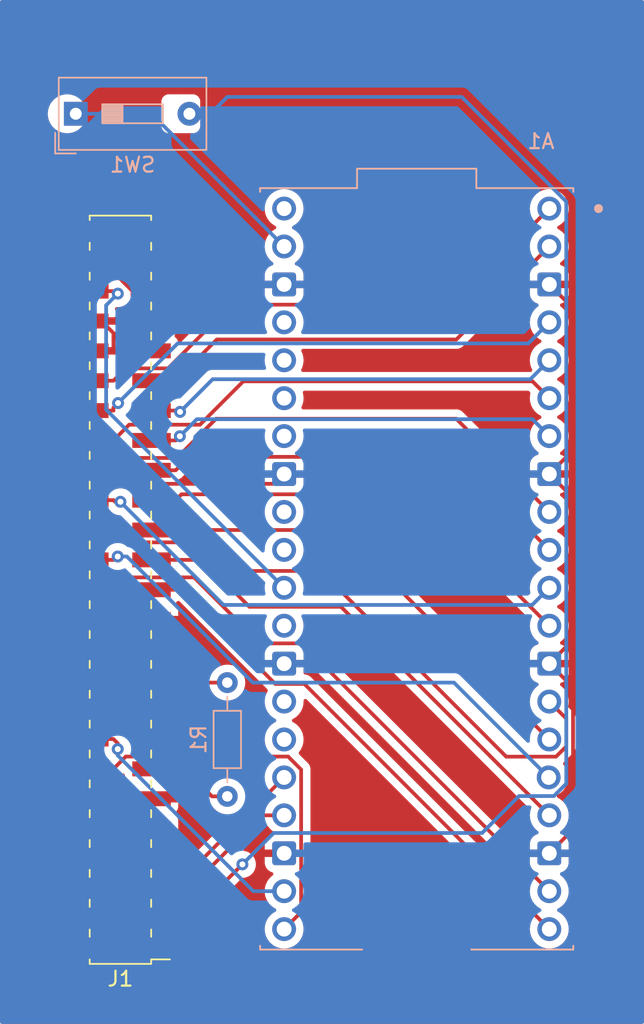
<source format=kicad_pcb>
(kicad_pcb (version 20221018) (generator pcbnew)
  (layers (0 "F.Cu" signal) (31 "B.Cu" signal) (34 "B.Paste" user) (35 "F.Paste" user) (36 "B.SilkS" user "B.Silkscreen") (37 "F.SilkS" user "F.Silkscreen") (38 "B.Mask" user) (39 "F.Mask" user) (44 "Edge.Cuts" user))
  (net 0 "")
  (net 1 "+5V")
  (net 2 "/nCS")
  (net 3 "/nIRQ")
  (net 7 "GND")
  (net 8 "Net-(J1-G2_IREXTN)")
  (net 9 "/nWR")
  (net 11 "/nRD")
  (net 12 "+3.3V")
  (net 16 "/AD15")
  (net 17 "/AD14")
  (net 18 "/AD13")
  (net 19 "/AD12")
  (net 20 "/AD11")
  (net 21 "/AD10")
  (net 22 "/AD9")
  (net 23 "/AD8")
  (net 24 "/AD7")
  (net 25 "/AD6")
  (net 26 "/AD5")
  (net 27 "/AD4")
  (net 28 "/AD3")
  (net 29 "/AD2")
  (net 30 "/AD1")
  (net 31 "/AD0")
  (net 33 "Net-(A1-RUN)")
  (net 36 "Net-(A1-VSYS)")
  (footprint "Connector_PinHeader_2.00mm:PinHeader_2x25_P2.00mm_Vertical_SMD" (layer "F.Cu") (at 117.295 87.76 180)
    (fp_text reference "J1" (at 0 -26.06) (layer "F.SilkS"))
    (fp_text value "DC_PORT")
    (fp_line (start -3.315 -24.76) (end -2.06 -24.76) (stroke (width 0.12)) (layer "F.SilkS"))
    (fp_line (start -2.06 -25.06) (end -2.06 -24.76) (stroke (width 0.12)) (layer "F.SilkS"))
    (fp_line (start -2.06 -25.06) (end 2.06 -25.06) (stroke (width 0.12)) (layer "F.SilkS"))
    (fp_line (start -2.06 -23.24) (end -2.06 -22.76) (stroke (width 0.12)) (layer "F.SilkS"))
    (fp_line (start -2.06 -21.24) (end -2.06 -20.76) (stroke (width 0.12)) (layer "F.SilkS"))
    (fp_line (start -2.06 -19.24) (end -2.06 -18.76) (stroke (width 0.12)) (layer "F.SilkS"))
    (fp_line (start -2.06 -17.24) (end -2.06 -16.76) (stroke (width 0.12)) (layer "F.SilkS"))
    (fp_line (start -2.06 -15.24) (end -2.06 -14.76) (stroke (width 0.12)) (layer "F.SilkS"))
    (fp_line (start -2.06 -13.24) (end -2.06 -12.76) (stroke (width 0.12)) (layer "F.SilkS"))
    (fp_line (start -2.06 -11.24) (end -2.06 -10.76) (stroke (width 0.12)) (layer "F.SilkS"))
    (fp_line (start -2.06 -9.24) (end -2.06 -8.76) (stroke (width 0.12)) (layer "F.SilkS"))
    (fp_line (start -2.06 -7.24) (end -2.06 -6.76) (stroke (width 0.12)) (layer "F.SilkS"))
    (fp_line (start -2.06 -5.24) (end -2.06 -4.76) (stroke (width 0.12)) (layer "F.SilkS"))
    (fp_line (start -2.06 -3.24) (end -2.06 -2.76) (stroke (width 0.12)) (layer "F.SilkS"))
    (fp_line (start -2.06 -1.24) (end -2.06 -0.76) (stroke (width 0.12)) (layer "F.SilkS"))
    (fp_line (start -2.06 0.76) (end -2.06 1.24) (stroke (width 0.12)) (layer "F.SilkS"))
    (fp_line (start -2.06 2.76) (end -2.06 3.24) (stroke (width 0.12)) (layer "F.SilkS"))
    (fp_line (start -2.06 4.76) (end -2.06 5.24) (stroke (width 0.12)) (layer "F.SilkS"))
    (fp_line (start -2.06 6.76) (end -2.06 7.24) (stroke (width 0.12)) (layer "F.SilkS"))
    (fp_line (start -2.06 8.76) (end -2.06 9.24) (stroke (width 0.12)) (layer "F.SilkS"))
    (fp_line (start -2.06 10.76) (end -2.06 11.24) (stroke (width 0.12)) (layer "F.SilkS"))
    (fp_line (start -2.06 12.76) (end -2.06 13.24) (stroke (width 0.12)) (layer "F.SilkS"))
    (fp_line (start -2.06 14.76) (end -2.06 15.24) (stroke (width 0.12)) (layer "F.SilkS"))
    (fp_line (start -2.06 16.76) (end -2.06 17.24) (stroke (width 0.12)) (layer "F.SilkS"))
    (fp_line (start -2.06 18.76) (end -2.06 19.24) (stroke (width 0.12)) (layer "F.SilkS"))
    (fp_line (start -2.06 20.76) (end -2.06 21.24) (stroke (width 0.12)) (layer "F.SilkS"))
    (fp_line (start -2.06 22.76) (end -2.06 23.24) (stroke (width 0.12)) (layer "F.SilkS"))
    (fp_line (start -2.06 24.76) (end -2.06 25.06) (stroke (width 0.12)) (layer "F.SilkS"))
    (fp_line (start -2.06 25.06) (end 2.06 25.06) (stroke (width 0.12)) (layer "F.SilkS"))
    (fp_line (start 2.06 -25.06) (end 2.06 -24.76) (stroke (width 0.12)) (layer "F.SilkS"))
    (fp_line (start 2.06 -23.24) (end 2.06 -22.76) (stroke (width 0.12)) (layer "F.SilkS"))
    (fp_line (start 2.06 -21.24) (end 2.06 -20.76) (stroke (width 0.12)) (layer "F.SilkS"))
    (fp_line (start 2.06 -19.24) (end 2.06 -18.76) (stroke (width 0.12)) (layer "F.SilkS"))
    (fp_line (start 2.06 -17.24) (end 2.06 -16.76) (stroke (width 0.12)) (layer "F.SilkS"))
    (fp_line (start 2.06 -15.24) (end 2.06 -14.76) (stroke (width 0.12)) (layer "F.SilkS"))
    (fp_line (start 2.06 -13.24) (end 2.06 -12.76) (stroke (width 0.12)) (layer "F.SilkS"))
    (fp_line (start 2.06 -11.24) (end 2.06 -10.76) (stroke (width 0.12)) (layer "F.SilkS"))
    (fp_line (start 2.06 -9.24) (end 2.06 -8.76) (stroke (width 0.12)) (layer "F.SilkS"))
    (fp_line (start 2.06 -7.24) (end 2.06 -6.76) (stroke (width 0.12)) (layer "F.SilkS"))
    (fp_line (start 2.06 -5.24) (end 2.06 -4.76) (stroke (width 0.12)) (layer "F.SilkS"))
    (fp_line (start 2.06 -3.24) (end 2.06 -2.76) (stroke (width 0.12)) (layer "F.SilkS"))
    (fp_line (start 2.06 -1.24) (end 2.06 -0.76) (stroke (width 0.12)) (layer "F.SilkS"))
    (fp_line (start 2.06 0.76) (end 2.06 1.24) (stroke (width 0.12)) (layer "F.SilkS"))
    (fp_line (start 2.06 2.76) (end 2.06 3.24) (stroke (width 0.12)) (layer "F.SilkS"))
    (fp_line (start 2.06 4.76) (end 2.06 5.24) (stroke (width 0.12)) (layer "F.SilkS"))
    (fp_line (start 2.06 6.76) (end 2.06 7.24) (stroke (width 0.12)) (layer "F.SilkS"))
    (fp_line (start 2.06 8.76) (end 2.06 9.24) (stroke (width 0.12)) (layer "F.SilkS"))
    (fp_line (start 2.06 10.76) (end 2.06 11.24) (stroke (width 0.12)) (layer "F.SilkS"))
    (fp_line (start 2.06 12.76) (end 2.06 13.24) (stroke (width 0.12)) (layer "F.SilkS"))
    (fp_line (start 2.06 14.76) (end 2.06 15.24) (stroke (width 0.12)) (layer "F.SilkS"))
    (fp_line (start 2.06 16.76) (end 2.06 17.24) (stroke (width 0.12)) (layer "F.SilkS"))
    (fp_line (start 2.06 18.76) (end 2.06 19.24) (stroke (width 0.12)) (layer "F.SilkS"))
    (fp_line (start 2.06 20.76) (end 2.06 21.24) (stroke (width 0.12)) (layer "F.SilkS"))
    (fp_line (start 2.06 22.76) (end 2.06 23.24) (stroke (width 0.12)) (layer "F.SilkS"))
    (fp_line (start 2.06 24.76) (end 2.06 25.06) (stroke (width 0.12)) (layer "F.SilkS"))
    (pad "1" smd rect (at -2.085 -24 180) (size 2.58 1) (layers "F.Cu" "F.Paste" "F.Mask") (net 1 "+5V"))
    (pad "2" smd rect (at 2.085 -24 180) (size 2.58 1) (layers "F.Cu" "F.Paste" "F.Mask") (net 1 "+5V"))
    (pad "3" smd rect (at -2.085 -22 180) (size 2.58 1) (layers "F.Cu" "F.Paste" "F.Mask") (net 1 "+5V"))
    (pad "4" smd rect (at 2.085 -22 180) (size 2.58 1) (layers "F.Cu" "F.Paste" "F.Mask") (net 1 "+5V"))
    (pad "5" smd rect (at -2.085 -20 180) (size 2.58 1) (layers "F.Cu" "F.Paste" "F.Mask") (net 2 "/nCS"))
    (pad "6" smd rect (at 2.085 -20 180) (size 2.58 1) (layers "F.Cu" "F.Paste" "F.Mask") (net 3 "/nIRQ"))
    (pad "7" smd rect (at -2.085 -18 180) (size 2.58 1) (layers "F.Cu" "F.Paste" "F.Mask"))
    (pad "8" smd rect (at 2.085 -18 180) (size 2.58 1) (layers "F.Cu" "F.Paste" "F.Mask"))
    (pad "9" smd rect (at -2.085 -16 180) (size 2.58 1) (layers "F.Cu" "F.Paste" "F.Mask"))
    (pad "10" smd rect (at 2.085 -16 180) (size 2.58 1) (layers "F.Cu" "F.Paste" "F.Mask") (net 7 "GND"))
    (pad "11" smd rect (at -2.085 -14 180) (size 2.58 1) (layers "F.Cu" "F.Paste" "F.Mask") (net 7 "GND"))
    (pad "12" smd rect (at 2.085 -14 180) (size 2.58 1) (layers "F.Cu" "F.Paste" "F.Mask") (net 7 "GND"))
    (pad "13" smd rect (at -2.085 -12 180) (size 2.58 1) (layers "F.Cu" "F.Paste" "F.Mask") (net 8 "Net-(J1-G2_IREXTN)"))
    (pad "14" smd rect (at 2.085 -12 180) (size 2.58 1) (layers "F.Cu" "F.Paste" "F.Mask") (net 9 "/nWR"))
    (pad "15" smd rect (at -2.085 -10 180) (size 2.58 1) (layers "F.Cu" "F.Paste" "F.Mask"))
    (pad "16" smd rect (at 2.085 -10 180) (size 2.58 1) (layers "F.Cu" "F.Paste" "F.Mask") (net 11 "/nRD"))
    (pad "17" smd rect (at -2.085 -8 180) (size 2.58 1) (layers "F.Cu" "F.Paste" "F.Mask") (net 12 "+3.3V"))
    (pad "18" smd rect (at 2.085 -8 180) (size 2.58 1) (layers "F.Cu" "F.Paste" "F.Mask") (net 12 "+3.3V"))
    (pad "19" smd rect (at -2.085 -6 180) (size 2.58 1) (layers "F.Cu" "F.Paste" "F.Mask") (net 12 "+3.3V"))
    (pad "20" smd rect (at 2.085 -6 180) (size 2.58 1) (layers "F.Cu" "F.Paste" "F.Mask"))
    (pad "21" smd rect (at -2.085 -4 180) (size 2.58 1) (layers "F.Cu" "F.Paste" "F.Mask"))
    (pad "22" smd rect (at 2.085 -4 180) (size 2.58 1) (layers "F.Cu" "F.Paste" "F.Mask"))
    (pad "23" smd rect (at -2.085 -2 180) (size 2.58 1) (layers "F.Cu" "F.Paste" "F.Mask") (net 7 "GND"))
    (pad "24" smd rect (at 2.085 -2 180) (size 2.58 1) (layers "F.Cu" "F.Paste" "F.Mask") (net 7 "GND"))
    (pad "25" smd rect (at -2.085 0 180) (size 2.58 1) (layers "F.Cu" "F.Paste" "F.Mask") (net 16 "/AD15"))
    (pad "26" smd rect (at 2.085 0 180) (size 2.58 1) (layers "F.Cu" "F.Paste" "F.Mask") (net 17 "/AD14"))
    (pad "27" smd rect (at -2.085 2 180) (size 2.58 1) (layers "F.Cu" "F.Paste" "F.Mask") (net 18 "/AD13"))
    (pad "28" smd rect (at 2.085 2 180) (size 2.58 1) (layers "F.Cu" "F.Paste" "F.Mask") (net 19 "/AD12"))
    (pad "29" smd rect (at -2.085 4 180) (size 2.58 1) (layers "F.Cu" "F.Paste" "F.Mask") (net 20 "/AD11"))
    (pad "30" smd rect (at 2.085 4 180) (size 2.58 1) (layers "F.Cu" "F.Paste" "F.Mask") (net 21 "/AD10"))
    (pad "31" smd rect (at -2.085 6 180) (size 2.58 1) (layers "F.Cu" "F.Paste" "F.Mask") (net 22 "/AD9"))
    (pad "32" smd rect (at 2.085 6 180) (size 2.58 1) (layers "F.Cu" "F.Paste" "F.Mask") (net 23 "/AD8"))
    (pad "33" smd rect (at -2.085 8 180) (size 2.58 1) (layers "F.Cu" "F.Paste" "F.Mask") (net 24 "/AD7"))
    (pad "34" smd rect (at 2.085 8 180) (size 2.58 1) (layers "F.Cu" "F.Paste" "F.Mask") (net 25 "/AD6"))
    (pad "35" smd rect (at -2.085 10 180) (size 2.58 1) (layers "F.Cu" "F.Paste" "F.Mask") (net 26 "/AD5"))
    (pad "36" smd rect (at 2.085 10 180) (size 2.58 1) (layers "F.Cu" "F.Paste" "F.Mask") (net 27 "/AD4"))
    (pad "37" smd rect (at -2.085 12 180) (size 2.58 1) (layers "F.Cu" "F.Paste" "F.Mask") (net 28 "/AD3"))
    (pad "38" smd rect (at 2.085 12 180) (size 2.58 1) (layers "F.Cu" "F.Paste" "F.Mask") (net 29 "/AD2"))
    (pad "39" smd rect (at -2.085 14 180) (size 2.58 1) (layers "F.Cu" "F.Paste" "F.Mask") (net 30 "/AD1"))
    (pad "40" smd rect (at 2.085 14 180) (size 2.58 1) (layers "F.Cu" "F.Paste" "F.Mask") (net 31 "/AD0"))
    (pad "41" smd rect (at -2.085 16 180) (size 2.58 1) (layers "F.Cu" "F.Paste" "F.Mask") (net 7 "GND"))
    (pad "42" smd rect (at 2.085 16 180) (size 2.58 1) (layers "F.Cu" "F.Paste" "F.Mask") (net 7 "GND"))
    (pad "43" smd rect (at -2.085 18 180) (size 2.58 1) (layers "F.Cu" "F.Paste" "F.Mask"))
    (pad "44" smd rect (at 2.085 18 180) (size 2.58 1) (layers "F.Cu" "F.Paste" "F.Mask") (net 7 "GND"))
    (pad "45" smd rect (at -2.085 20 180) (size 2.58 1) (layers "F.Cu" "F.Paste" "F.Mask") (net 7 "GND"))
    (pad "46" smd rect (at 2.085 20 180) (size 2.58 1) (layers "F.Cu" "F.Paste" "F.Mask") (net 33 "Net-(A1-RUN)"))
    (pad "47" smd rect (at -2.085 22 180) (size 2.58 1) (layers "F.Cu" "F.Paste" "F.Mask") (net 7 "GND"))
    (pad "48" smd rect (at 2.085 22 180) (size 2.58 1) (layers "F.Cu" "F.Paste" "F.Mask") (net 7 "GND"))
    (pad "49" smd rect (at -2.085 24 180) (size 2.58 1) (layers "F.Cu" "F.Paste" "F.Mask"))
    (pad "50" smd rect (at 2.085 24 180) (size 2.58 1) (layers "F.Cu" "F.Paste" "F.Mask"))
  )
  (footprint "Button_Switch_THT:SW_DIP_SPSTx01_Slide_9.78x4.72mm_W7.62mm_P2.54mm" (layer "B.Cu") (at 114.3 55.88)
    (fp_text reference "SW1" (at 3.81 3.42) (layer "B.SilkS") (effects (justify mirror)))
    (fp_text value "DC_PWR")
    (fp_line (start -1.38 2.66) (end -1.38 1.277) (stroke (width 0.12)) (layer "B.SilkS"))
    (fp_line (start -1.38 2.66) (end 0.004 2.66) (stroke (width 0.12)) (layer "B.SilkS"))
    (fp_line (start -1.14 -2.42) (end 8.76 -2.42) (stroke (width 0.12)) (layer "B.SilkS"))
    (fp_line (start -1.14 2.42) (end -1.14 -2.42) (stroke (width 0.12)) (layer "B.SilkS"))
    (fp_line (start -1.14 2.42) (end 8.76 2.42) (stroke (width 0.12)) (layer "B.SilkS"))
    (fp_line (start 1.78 -0.635) (end 5.84 -0.635) (stroke (width 0.12)) (layer "B.SilkS"))
    (fp_line (start 1.78 -0.565) (end 3.133333 -0.565) (stroke (width 0.12)) (layer "B.SilkS"))
    (fp_line (start 1.78 -0.445) (end 3.133333 -0.445) (stroke (width 0.12)) (layer "B.SilkS"))
    (fp_line (start 1.78 -0.325) (end 3.133333 -0.325) (stroke (width 0.12)) (layer "B.SilkS"))
    (fp_line (start 1.78 -0.205) (end 3.133333 -0.205) (stroke (width 0.12)) (layer "B.SilkS"))
    (fp_line (start 1.78 -0.085) (end 3.133333 -0.085) (stroke (width 0.12)) (layer "B.SilkS"))
    (fp_line (start 1.78 0.035) (end 3.133333 0.035) (stroke (width 0.12)) (layer "B.SilkS"))
    (fp_line (start 1.78 0.155) (end 3.133333 0.155) (stroke (width 0.12)) (layer "B.SilkS"))
    (fp_line (start 1.78 0.275) (end 3.133333 0.275) (stroke (width 0.12)) (layer "B.SilkS"))
    (fp_line (start 1.78 0.395) (end 3.133333 0.395) (stroke (width 0.12)) (layer "B.SilkS"))
    (fp_line (start 1.78 0.515) (end 3.133333 0.515) (stroke (width 0.12)) (layer "B.SilkS"))
    (fp_line (start 1.78 0.635) (end 1.78 -0.635) (stroke (width 0.12)) (layer "B.SilkS"))
    (fp_line (start 3.133333 0.635) (end 3.133333 -0.635) (stroke (width 0.12)) (layer "B.SilkS"))
    (fp_line (start 5.84 -0.635) (end 5.84 0.635) (stroke (width 0.12)) (layer "B.SilkS"))
    (fp_line (start 5.84 0.635) (end 1.78 0.635) (stroke (width 0.12)) (layer "B.SilkS"))
    (fp_line (start 8.76 2.42) (end 8.76 -2.42) (stroke (width 0.12)) (layer "B.SilkS"))
    (pad "1" thru_hole rect (at 0 0) (size 1.6 1.6) (drill 0.8) (layers "*.Cu" "*.Mask") (net 36 "Net-(A1-VSYS)"))
    (pad "2" thru_hole oval (at 7.62 0) (size 1.6 1.6) (drill 0.8) (layers "*.Cu" "*.Mask") (net 1 "+5V"))
  )
  (footprint "pico_w:MODULE_SC0918" (layer "B.Cu") (at 137.16 86.36 180)
    (fp_text reference "A1" (at -8.325 28.635) (layer "B.SilkS") (effects (justify mirror)))
    (fp_text value "SC0918")
    (fp_line (start -10.5 -25.5) (end -10.5 -25.25) (stroke (width 0.127)) (layer "B.SilkS"))
    (fp_line (start -10.5 25.25) (end -10.5 25.5) (stroke (width 0.127)) (layer "B.SilkS"))
    (fp_line (start -10.5 25.5) (end -4 25.5) (stroke (width 0.127)) (layer "B.SilkS"))
    (fp_line (start -4 25.5) (end -4 26.8) (stroke (width 0.127)) (layer "B.SilkS"))
    (fp_line (start -4 26.8) (end 4 26.8) (stroke (width 0.127)) (layer "B.SilkS"))
    (fp_line (start -3.66 -25.5) (end -10.5 -25.5) (stroke (width 0.127)) (layer "B.SilkS"))
    (fp_line (start 4 25.5) (end 10.5 25.5) (stroke (width 0.127)) (layer "B.SilkS"))
    (fp_line (start 4 26.8) (end 4 25.5) (stroke (width 0.127)) (layer "B.SilkS"))
    (fp_line (start 10.5 -25.5) (end 3.66 -25.5) (stroke (width 0.127)) (layer "B.SilkS"))
    (fp_line (start 10.5 -25.5) (end 10.5 -25.25) (stroke (width 0.127)) (layer "B.SilkS"))
    (fp_line (start 10.5 25.5) (end 10.5 25.25) (stroke (width 0.127)) (layer "B.SilkS"))
    (fp_circle (center -12.19 24.13) (end -11.99 24.13) (stroke (width 0.2)) (fill solid) (layer "B.SilkS"))
    (pad "1" thru_hole circle (at -8.89 24.13 180) (size 1.6 1.6) (drill 1) (layers "*.Cu" "*.Mask") (net 31 "/AD0"))
    (pad "2" thru_hole circle (at -8.89 21.59 180) (size 1.6 1.6) (drill 1) (layers "*.Cu" "*.Mask") (net 30 "/AD1"))
    (pad "3" thru_hole roundrect (at -8.89 19.05 180) (size 1.6 1.6) (drill 1) (layers "*.Cu" "*.Mask") (roundrect_rratio 0.125) (net 7 "GND"))
    (pad "4" thru_hole circle (at -8.89 16.51 180) (size 1.6 1.6) (drill 1) (layers "*.Cu" "*.Mask") (net 29 "/AD2"))
    (pad "5" thru_hole circle (at -8.89 13.97 180) (size 1.6 1.6) (drill 1) (layers "*.Cu" "*.Mask") (net 28 "/AD3"))
    (pad "6" thru_hole circle (at -8.89 11.43 180) (size 1.6 1.6) (drill 1) (layers "*.Cu" "*.Mask") (net 27 "/AD4"))
    (pad "7" thru_hole circle (at -8.89 8.89 180) (size 1.6 1.6) (drill 1) (layers "*.Cu" "*.Mask") (net 26 "/AD5"))
    (pad "8" thru_hole roundrect (at -8.89 6.35 180) (size 1.6 1.6) (drill 1) (layers "*.Cu" "*.Mask") (roundrect_rratio 0.125) (net 7 "GND"))
    (pad "9" thru_hole circle (at -8.89 3.81 180) (size 1.6 1.6) (drill 1) (layers "*.Cu" "*.Mask") (net 25 "/AD6"))
    (pad "10" thru_hole circle (at -8.89 1.27 180) (size 1.6 1.6) (drill 1) (layers "*.Cu" "*.Mask") (net 24 "/AD7"))
    (pad "11" thru_hole circle (at -8.89 -1.27 180) (size 1.6 1.6) (drill 1) (layers "*.Cu" "*.Mask") (net 23 "/AD8"))
    (pad "12" thru_hole circle (at -8.89 -3.81 180) (size 1.6 1.6) (drill 1) (layers "*.Cu" "*.Mask") (net 22 "/AD9"))
    (pad "13" thru_hole roundrect (at -8.89 -6.35 180) (size 1.6 1.6) (drill 1) (layers "*.Cu" "*.Mask") (roundrect_rratio 0.125) (net 7 "GND"))
    (pad "14" thru_hole circle (at -8.89 -8.89 180) (size 1.6 1.6) (drill 1) (layers "*.Cu" "*.Mask") (net 21 "/AD10"))
    (pad "15" thru_hole circle (at -8.89 -11.43 180) (size 1.6 1.6) (drill 1) (layers "*.Cu" "*.Mask") (net 20 "/AD11"))
    (pad "16" thru_hole circle (at -8.848119 -13.97 180) (size 1.6 1.6) (drill 1) (layers "*.Cu" "*.Mask") (net 19 "/AD12"))
    (pad "17" thru_hole circle (at -8.89 -16.51 180) (size 1.6 1.6) (drill 1) (layers "*.Cu" "*.Mask") (net 18 "/AD13"))
    (pad "18" thru_hole roundrect (at -8.89 -19.05 180) (size 1.6 1.6) (drill 1) (layers "*.Cu" "*.Mask") (roundrect_rratio 0.125) (net 7 "GND"))
    (pad "19" thru_hole circle (at -8.89 -21.59 180) (size 1.6 1.6) (drill 1) (layers "*.Cu" "*.Mask") (net 17 "/AD14"))
    (pad "20" thru_hole circle (at -8.89 -24.13 180) (size 1.6 1.6) (drill 1) (layers "*.Cu" "*.Mask") (net 16 "/AD15"))
    (pad "21" thru_hole circle (at 8.89 -24.13 180) (size 1.6 1.6) (drill 1) (layers "*.Cu" "*.Mask") (net 9 "/nWR"))
    (pad "22" thru_hole circle (at 8.89 -21.59 180) (size 1.6 1.6) (drill 1) (layers "*.Cu" "*.Mask") (net 11 "/nRD"))
    (pad "23" thru_hole roundrect (at 8.89 -19.05 180) (size 1.6 1.6) (drill 1) (layers "*.Cu" "*.Mask") (roundrect_rratio 0.125) (net 7 "GND"))
    (pad "24" thru_hole circle (at 8.89 -16.51 180) (size 1.6 1.6) (drill 1) (layers "*.Cu" "*.Mask") (net 2 "/nCS"))
    (pad "25" thru_hole circle (at 8.89 -13.97 180) (size 1.6 1.6) (drill 1) (layers "*.Cu" "*.Mask") (net 3 "/nIRQ"))
    (pad "26" thru_hole circle (at 8.89 -11.43 180) (size 1.6 1.6) (drill 1) (layers "*.Cu" "*.Mask"))
    (pad "27" thru_hole circle (at 8.89 -8.89 180) (size 1.6 1.6) (drill 1) (layers "*.Cu" "*.Mask"))
    (pad "28" thru_hole roundrect (at 8.89 -6.35 180) (size 1.6 1.6) (drill 1) (layers "*.Cu" "*.Mask") (roundrect_rratio 0.125) (net 7 "GND"))
    (pad "29" thru_hole circle (at 8.89 -3.81 180) (size 1.6 1.6) (drill 1) (layers "*.Cu" "*.Mask"))
    (pad "30" thru_hole circle (at 8.89 -1.27 180) (size 1.6 1.6) (drill 1) (layers "*.Cu" "*.Mask") (net 33 "Net-(A1-RUN)"))
    (pad "31" thru_hole circle (at 8.89 1.27 180) (size 1.6 1.6) (drill 1) (layers "*.Cu" "*.Mask"))
    (pad "32" thru_hole circle (at 8.89 3.81 180) (size 1.6 1.6) (drill 1) (layers "*.Cu" "*.Mask"))
    (pad "33" thru_hole roundrect (at 8.89 6.35 180) (size 1.6 1.6) (drill 1) (layers "*.Cu" "*.Mask") (roundrect_rratio 0.125) (net 7 "GND"))
    (pad "34" thru_hole circle (at 8.89 8.89 180) (size 1.6 1.6) (drill 1) (layers "*.Cu" "*.Mask"))
    (pad "35" thru_hole circle (at 8.89 11.43 180) (size 1.6 1.6) (drill 1) (layers "*.Cu" "*.Mask"))
    (pad "36" thru_hole circle (at 8.89 13.97 180) (size 1.6 1.6) (drill 1) (layers "*.Cu" "*.Mask"))
    (pad "37" thru_hole circle (at 8.89 16.51 180) (size 1.6 1.6) (drill 1) (layers "*.Cu" "*.Mask"))
    (pad "38" thru_hole roundrect (at 8.89 19.05 180) (size 1.6 1.6) (drill 1) (layers "*.Cu" "*.Mask") (roundrect_rratio 0.125) (net 7 "GND"))
    (pad "39" thru_hole circle (at 8.89 21.59 180) (size 1.6 1.6) (drill 1) (layers "*.Cu" "*.Mask") (net 36 "Net-(A1-VSYS)"))
    (pad "40" thru_hole circle (at 8.89 24.13 180) (size 1.6 1.6) (drill 1) (layers "*.Cu" "*.Mask"))
  )
  (footprint "Resistor_THT:R_Axial_DIN0204_L3.6mm_D1.6mm_P7.62mm_Horizontal" (layer "B.Cu") (at 124.46 93.98 -90)
    (fp_text reference "R1" (at 3.81 1.92 90) (layer "B.SilkS") (effects (justify mirror)))
    (fp_text value "1k")
    (fp_line (start 0.94 0) (end 1.89 0) (stroke (width 0.12)) (layer "B.SilkS"))
    (fp_line (start 1.89 -0.92) (end 5.73 -0.92) (stroke (width 0.12)) (layer "B.SilkS"))
    (fp_line (start 1.89 0.92) (end 1.89 -0.92) (stroke (width 0.12)) (layer "B.SilkS"))
    (fp_line (start 5.73 -0.92) (end 5.73 0.92) (stroke (width 0.12)) (layer "B.SilkS"))
    (fp_line (start 5.73 0.92) (end 1.89 0.92) (stroke (width 0.12)) (layer "B.SilkS"))
    (fp_line (start 6.68 0) (end 5.73 0) (stroke (width 0.12)) (layer "B.SilkS"))
    (pad "1" thru_hole circle (at 0 0 270) (size 1.4 1.4) (drill 0.7) (layers "*.Cu" "*.Mask") (net 12 "+3.3V"))
    (pad "2" thru_hole oval (at 7.62 0 270) (size 1.4 1.4) (drill 0.7) (layers "*.Cu" "*.Mask") (net 8 "Net-(J1-G2_IREXTN)"))
  )
  (segment (start 119.3751 109.76) (end 117.7631 109.76) (width 0.25) (layer "F.Cu") (net 1))
  (segment (start 119.3751 109.76) (end 119.38 109.76) (width 0.25) (layer "F.Cu") (net 1))
  (segment (start 113.5931 109.76) (end 113.5931 111.76) (width 0.25) (layer "F.Cu") (net 1))
  (segment (start 115.21 109.76) (end 113.5931 109.76) (width 0.25) (layer "F.Cu") (net 1))
  (segment (start 117.7631 109.76) (end 117.7631 111.76) (width 0.25) (layer "F.Cu") (net 1))
  (segment (start 115.21 111.76) (end 113.5931 111.76) (width 0.25) (layer "F.Cu") (net 1))
  (segment (start 121.8668 109.76) (end 125.4724 106.1544) (width 0.25) (layer "F.Cu") (net 1))
  (segment (start 115.21 111.76) (end 117.7631 111.76) (width 0.25) (layer "F.Cu") (net 1))
  (segment (start 119.38 109.76) (end 121.8668 109.76) (width 0.25) (layer "F.Cu") (net 1))
  (segment (start 119.38 111.76) (end 117.7631 111.76) (width 0.25) (layer "F.Cu") (net 1))
  (via (at 125.4724 106.1544) (size 0.8) (drill 0.4) (layers "F.Cu" "B.Cu") (net 1))
  (segment (start 127.5739 104.0529) (end 125.4724 106.1544) (width 0.25) (layer "B.Cu") (net 1))
  (segment (start 141.5451 104.0529) (end 127.5739 104.0529) (width 0.25) (layer "B.Cu") (net 1))
  (segment (start 140.1771 54.7531) (end 147.1883 61.7643) (width 0.25) (layer "B.Cu") (net 1))
  (segment (start 121.92 55.88) (end 123.3331 55.88) (width 0.25) (layer "B.Cu") (net 1))
  (segment (start 147.1883 100.749) (end 146.3583 101.579) (width 0.25) (layer "B.Cu") (net 1))
  (segment (start 124.46 54.7531) (end 140.1771 54.7531) (width 0.25) (layer "B.Cu") (net 1))
  (segment (start 147.1883 61.7643) (end 147.1883 100.749) (width 0.25) (layer "B.Cu") (net 1))
  (segment (start 123.3331 55.88) (end 124.46 54.7531) (width 0.25) (layer "B.Cu") (net 1))
  (segment (start 144.019 101.579) (end 141.5451 104.0529) (width 0.25) (layer "B.Cu") (net 1))
  (segment (start 146.3583 101.579) (end 144.019 101.579) (width 0.25) (layer "B.Cu") (net 1))
  (segment (start 121.9336 107.76) (end 119.38 107.76) (width 0.25) (layer "F.Cu") (net 2))
  (segment (start 128.27 102.87) (end 126.8236 102.87) (width 0.25) (layer "F.Cu") (net 2))
  (segment (start 126.8236 102.87) (end 121.9336 107.76) (width 0.25) (layer "F.Cu") (net 2))
  (segment (start 121.6669 106.9331) (end 117.6538 106.9331) (width 0.25) (layer "F.Cu") (net 3))
  (segment (start 117.6538 106.9331) (end 116.8269 107.76) (width 0.25) (layer "F.Cu") (net 3))
  (segment (start 115.21 107.76) (end 116.8269 107.76) (width 0.25) (layer "F.Cu") (net 3))
  (segment (start 128.27 100.33) (end 121.6669 106.9331) (width 0.25) (layer "F.Cu") (net 3))
  (segment (start 147.643 103.817) (end 147.643 94.303) (width 0.25) (layer "F.Cu") (net 7))
  (segment (start 128.27 67.31) (end 120.9969 67.31) (width 0.25) (layer "F.Cu") (net 7))
  (segment (start 113.5931 80.6662) (end 113.5931 89.7585) (width 0.25) (layer "F.Cu") (net 7))
  (segment (start 116.8269 66.4834) (end 118.1035 67.76) (width 0.25) (layer "F.Cu") (net 7))
  (segment (start 116.8269 71.76) (end 119.38 71.76) (width 0.25) (layer "F.Cu") (net 7))
  (segment (start 113.5931 101.76) (end 113.5931 89.7615) (width 0.25) (layer "F.Cu") (net 7))
  (segment (start 113.5931 71.76) (end 113.5931 80.6662) (width 0.25) (layer "F.Cu") (net 7))
  (segment (start 113.5931 89.7615) (end 113.5946 89.76) (width 0.25) (layer "F.Cu") (net 7))
  (segment (start 147.1909 68.4509) (end 147.1909 78.8691) (width 0.25) (layer "F.Cu") (net 7))
  (segment (start 147.1909 91.5691) (end 146.05 92.71) (width 0.25) (layer "F.Cu") (net 7))
  (segment (start 119.38 65.76) (end 120.1885 65.76) (width 0.25) (layer "F.Cu") (net 7))
  (segment (start 113.5931 80.6662) (end 127.6138 80.6662) (width 0.25) (layer "F.Cu") (net 7))
  (segment (start 118.1035 67.76) (end 119.38 67.76) (width 0.25) (layer "F.Cu") (net 7))
  (segment (start 113.5931 89.7585) (end 113.5946 89.76) (width 0.25) (layer "F.Cu") (net 7))
  (segment (start 147.1909 81.1509) (end 147.1909 91.5691) (width 0.25) (layer "F.Cu") (net 7))
  (segment (start 146.05 105.41) (end 147.643 103.817) (width 0.25) (layer "F.Cu") (net 7))
  (segment (start 146.05 67.31) (end 147.1909 68.4509) (width 0.25) (layer "F.Cu") (net 7))
  (segment (start 147.1909 78.8691) (end 146.05 80.01) (width 0.25) (layer "F.Cu") (net 7))
  (segment (start 116.8269 101.76) (end 116.8269 103.76) (width 0.25) (layer "F.Cu") (net 7))
  (segment (start 120.9969 67.31) (end 120.9969 67.76) (width 0.25) (layer "F.Cu") (net 7))
  (segment (start 115.21 101.76) (end 113.5931 101.76) (width 0.25) (layer "F.Cu") (net 7))
  (segment (start 115.21 71.76) (end 116.8269 71.76) (width 0.25) (layer "F.Cu") (net 7))
  (segment (start 116.0185 69.76) (end 116.8269 69.76) (width 0.25) (layer "F.Cu") (net 7))
  (segment (start 127.6138 80.6662) (end 128.27 80.01) (width 0.25) (layer "F.Cu") (net 7))
  (segment (start 115.21 71.76) (end 113.5931 71.76) (width 0.25) (layer "F.Cu") (net 7))
  (segment (start 119.38 101.76) (end 116.8269 101.76) (width 0.25) (layer "F.Cu") (net 7))
  (segment (start 147.643 94.303) (end 146.05 92.71) (width 0.25) (layer "F.Cu") (net 7))
  (segment (start 120.1885 65.76) (end 120.9969 66.5684) (width 0.25) (layer "F.Cu") (net 7))
  (segment (start 119.38 67.76) (end 120.9969 67.76) (width 0.25) (layer "F.Cu") (net 7))
  (segment (start 120.9969 66.5684) (end 120.9969 67.31) (width 0.25) (layer "F.Cu") (net 7))
  (segment (start 115.21 69.76) (end 116.0185 69.76) (width 0.25) (layer "F.Cu") (net 7))
  (segment (start 116.8269 69.76) (end 118.1035 68.4834) (width 0.25) (layer "F.Cu") (net 7))
  (segment (start 119.38 89.76) (end 115.21 89.76) (width 0.25) (layer "F.Cu") (net 7))
  (segment (start 118.1035 68.4834) (end 118.1035 67.76) (width 0.25) (layer "F.Cu") (net 7))
  (segment (start 116.8269 70.5684) (end 116.8269 71.76) (width 0.25) (layer "F.Cu") (net 7))
  (segment (start 116.8269 101.76) (end 115.21 101.76) (width 0.25) (layer "F.Cu") (net 7))
  (segment (start 116.0185 69.76) (end 116.8269 70.5684) (width 0.25) (layer "F.Cu") (net 7))
  (segment (start 115.21 65.76) (end 116.8269 65.76) (width 0.25) (layer "F.Cu") (net 7))
  (segment (start 116.8269 65.76) (end 116.8269 66.4834) (width 0.25) (layer "F.Cu") (net 7))
  (segment (start 115.21 89.76) (end 113.5946 89.76) (width 0.25) (layer "F.Cu") (net 7))
  (segment (start 146.05 80.01) (end 147.1909 81.1509) (width 0.25) (layer "F.Cu") (net 7))
  (segment (start 115.21 103.76) (end 116.8269 103.76) (width 0.25) (layer "F.Cu") (net 7))
  (segment (start 128.27 92.71) (end 146.05 92.71) (width 0.25) (layer "B.Cu") (net 7))
  (segment (start 128.27 67.31) (end 146.05 67.31) (width 0.25) (layer "B.Cu") (net 7))
  (segment (start 146.05 105.41) (end 128.27 105.41) (width 0.25) (layer "B.Cu") (net 7))
  (segment (start 124.46 101.6) (end 123.4331 101.6) (width 0.25) (layer "F.Cu") (net 8))
  (segment (start 121.5931 99.76) (end 123.4331 101.6) (width 0.25) (layer "F.Cu") (net 8))
  (segment (start 119.38 99.76) (end 121.5931 99.76) (width 0.25) (layer "F.Cu") (net 8))
  (segment (start 128.5384 98.9331) (end 117.6538 98.9331) (width 0.25) (layer "F.Cu") (net 9))
  (segment (start 128.27 110.49) (end 129.4102 109.3498) (width 0.25) (layer "F.Cu") (net 9))
  (segment (start 129.4102 99.8049) (end 128.5384 98.9331) (width 0.25) (layer "F.Cu") (net 9))
  (segment (start 117.6538 98.9331) (end 116.8269 99.76) (width 0.25) (layer "F.Cu") (net 9))
  (segment (start 115.21 99.76) (end 116.8269 99.76) (width 0.25) (layer "F.Cu") (net 9))
  (segment (start 129.4102 109.3498) (end 129.4102 99.8049) (width 0.25) (layer "F.Cu") (net 9))
  (segment (start 116.8269 97.76) (end 117.1134 98.0465) (width 0.25) (layer "F.Cu") (net 11))
  (segment (start 115.21 97.76) (end 116.8269 97.76) (width 0.25) (layer "F.Cu") (net 11))
  (segment (start 117.1134 98.0465) (end 117.1134 98.4351) (width 0.25) (layer "F.Cu") (net 11))
  (via (at 117.1134 98.4351) (size 0.8) (drill 0.4) (layers "F.Cu" "B.Cu") (net 11))
  (segment (start 126.2062 107.95) (end 117.1134 98.8572) (width 0.25) (layer "B.Cu") (net 11))
  (segment (start 128.27 107.95) (end 126.2062 107.95) (width 0.25) (layer "B.Cu") (net 11))
  (segment (start 117.1134 98.8572) (end 117.1134 98.4351) (width 0.25) (layer "B.Cu") (net 11))
  (segment (start 115.21 95.76) (end 116.8269 95.76) (width 0.25) (layer "F.Cu") (net 12))
  (segment (start 120.9969 93.98) (end 120.9969 95.76) (width 0.25) (layer "F.Cu") (net 12))
  (segment (start 120.9969 93.76) (end 120.9969 93.98) (width 0.25) (layer "F.Cu") (net 12))
  (segment (start 119.38 95.76) (end 120.9969 95.76) (width 0.25) (layer "F.Cu") (net 12))
  (segment (start 116.8269 95.76) (end 117.7631 95.76) (width 0.25) (layer "F.Cu") (net 12))
  (segment (start 119.38 93.76) (end 120.9969 93.76) (width 0.25) (layer "F.Cu") (net 12))
  (segment (start 119.38 95.76) (end 117.7631 95.76) (width 0.25) (layer "F.Cu") (net 12))
  (segment (start 124.46 93.98) (end 120.9969 93.98) (width 0.25) (layer "F.Cu") (net 12))
  (segment (start 121.3686 87.76) (end 119.38 87.76) (width 0.25) (layer "F.Cu") (net 16))
  (segment (start 127.6757 94.0671) (end 121.3686 87.76) (width 0.25) (layer "F.Cu") (net 16))
  (segment (start 129.6271 94.0671) (end 127.6757 94.0671) (width 0.25) (layer "F.Cu") (net 16))
  (segment (start 146.05 110.49) (end 129.6271 94.0671) (width 0.25) (layer "F.Cu") (net 16))
  (segment (start 122.2332 86.9331) (end 126.653 91.3529) (width 0.25) (layer "F.Cu") (net 17))
  (segment (start 129.4529 91.3529) (end 146.05 107.95) (width 0.25) (layer "F.Cu") (net 17))
  (segment (start 117.6538 86.9331) (end 122.2332 86.9331) (width 0.25) (layer "F.Cu") (net 17))
  (segment (start 126.653 91.3529) (end 129.4529 91.3529) (width 0.25) (layer "F.Cu") (net 17))
  (segment (start 116.8269 87.76) (end 117.6538 86.9331) (width 0.25) (layer "F.Cu") (net 17))
  (segment (start 115.21 87.76) (end 116.8269 87.76) (width 0.25) (layer "F.Cu") (net 17))
  (segment (start 119.38 85.76) (end 122.802 85.76) (width 0.25) (layer "F.Cu") (net 18))
  (segment (start 122.802 85.76) (end 125.942 88.9) (width 0.25) (layer "F.Cu") (net 18))
  (segment (start 125.942 88.9) (end 132.08 88.9) (width 0.25) (layer "F.Cu") (net 18))
  (segment (start 132.08 88.9) (end 146.05 102.87) (width 0.25) (layer "F.Cu") (net 18))
  (segment (start 117.0529 85.534) (end 116.8269 85.76) (width 0.25) (layer "F.Cu") (net 19))
  (segment (start 117.1134 85.534) (end 117.0529 85.534) (width 0.25) (layer "F.Cu") (net 19))
  (segment (start 115.21 85.76) (end 116.8269 85.76) (width 0.25) (layer "F.Cu") (net 19))
  (via (at 117.1134 85.534) (size 0.8) (drill 0.4) (layers "F.Cu" "B.Cu") (net 19))
  (segment (start 146.0081 100.33) (end 139.6585 93.9804) (width 0.25) (layer "B.Cu") (net 19))
  (segment (start 126.173 93.9804) (end 117.7266 85.534) (width 0.25) (layer "B.Cu") (net 19))
  (segment (start 139.6585 93.9804) (end 126.173 93.9804) (width 0.25) (layer "B.Cu") (net 19))
  (segment (start 117.7266 85.534) (end 117.1134 85.534) (width 0.25) (layer "B.Cu") (net 19))
  (segment (start 132.02 83.76) (end 119.38 83.76) (width 0.25) (layer "F.Cu") (net 20))
  (segment (start 146.05 97.79) (end 132.02 83.76) (width 0.25) (layer "F.Cu") (net 20))
  (segment (start 130.7245 86.5015) (end 124.5012 86.5015) (width 0.25) (layer "F.Cu") (net 21))
  (segment (start 115.21 83.76) (end 116.8269 83.76) (width 0.25) (layer "F.Cu") (net 21))
  (segment (start 117.6538 84.5869) (end 116.8269 83.76) (width 0.25) (layer "F.Cu") (net 21))
  (segment (start 146.05 95.25) (end 147.1911 96.3911) (width 0.25) (layer "F.Cu") (net 21))
  (segment (start 124.5012 86.5015) (end 122.5866 84.5869) (width 0.25) (layer "F.Cu") (net 21))
  (segment (start 147.1911 96.3911) (end 147.1911 98.2518) (width 0.25) (layer "F.Cu") (net 21))
  (segment (start 143.1636 98.9406) (end 130.7245 86.5015) (width 0.25) (layer "F.Cu") (net 21))
  (segment (start 147.1911 98.2518) (end 146.5023 98.9406) (width 0.25) (layer "F.Cu") (net 21))
  (segment (start 122.5866 84.5869) (end 117.6538 84.5869) (width 0.25) (layer "F.Cu") (net 21))
  (segment (start 146.5023 98.9406) (end 143.1636 98.9406) (width 0.25) (layer "F.Cu") (net 21))
  (segment (start 137.2471 81.3671) (end 121.3898 81.3671) (width 0.25) (layer "F.Cu") (net 22))
  (segment (start 146.05 90.17) (end 137.2471 81.3671) (width 0.25) (layer "F.Cu") (net 22))
  (segment (start 119.38 81.76) (end 120.9969 81.76) (width 0.25) (layer "F.Cu") (net 22))
  (segment (start 121.3898 81.3671) (end 120.9969 81.76) (width 0.25) (layer "F.Cu") (net 22))
  (segment (start 115.21 81.76) (end 116.8269 81.76) (width 0.25) (layer "F.Cu") (net 23))
  (segment (start 117.295 81.8687) (end 116.9356 81.8687) (width 0.25) (layer "F.Cu") (net 23))
  (segment (start 116.9356 81.8687) (end 116.8269 81.76) (width 0.25) (layer "F.Cu") (net 23))
  (via (at 117.295 81.8687) (size 0.8) (drill 0.4) (layers "F.Cu" "B.Cu") (net 23))
  (segment (start 124.2044 88.7781) (end 117.295 81.8687) (width 0.25) (layer "B.Cu") (net 23))
  (segment (start 146.05 87.63) (end 144.9019 88.7781) (width 0.25) (layer "B.Cu") (net 23))
  (segment (start 144.9019 88.7781) (end 124.2044 88.7781) (width 0.25) (layer "B.Cu") (net 23))
  (segment (start 139.8203 78.8603) (end 121.8966 78.8603) (width 0.25) (layer "F.Cu") (net 24))
  (segment (start 121.8966 78.8603) (end 120.9969 79.76) (width 0.25) (layer "F.Cu") (net 24))
  (segment (start 146.05 85.09) (end 139.8203 78.8603) (width 0.25) (layer "F.Cu") (net 24))
  (segment (start 119.38 79.76) (end 120.9969 79.76) (width 0.25) (layer "F.Cu") (net 24))
  (segment (start 139.8085 76.3085) (end 146.05 82.55) (width 0.25) (layer "F.Cu") (net 25))
  (segment (start 117.6538 78.9331) (end 121.0808 78.9331) (width 0.25) (layer "F.Cu") (net 25))
  (segment (start 115.21 79.76) (end 116.8269 79.76) (width 0.25) (layer "F.Cu") (net 25))
  (segment (start 116.8269 79.76) (end 117.6538 78.9331) (width 0.25) (layer "F.Cu") (net 25))
  (segment (start 123.7054 76.3085) (end 139.8085 76.3085) (width 0.25) (layer "F.Cu") (net 25))
  (segment (start 121.0808 78.9331) (end 123.7054 76.3085) (width 0.25) (layer "F.Cu") (net 25))
  (segment (start 120.9969 77.76) (end 121.2789 77.478) (width 0.25) (layer "F.Cu") (net 26))
  (segment (start 119.38 77.76) (end 120.9969 77.76) (width 0.25) (layer "F.Cu") (net 26))
  (via (at 121.2789 77.478) (size 0.8) (drill 0.4) (layers "F.Cu" "B.Cu") (net 26))
  (segment (start 122.4181 76.3388) (end 121.2789 77.478) (width 0.25) (layer "B.Cu") (net 26))
  (segment (start 144.9188 76.3388) (end 122.4181 76.3388) (width 0.25) (layer "B.Cu") (net 26))
  (segment (start 146.05 77.47) (end 144.9188 76.3388) (width 0.25) (layer "B.Cu") (net 26))
  (segment (start 116.8269 77.76) (end 117.8799 76.707) (width 0.25) (layer "F.Cu") (net 27))
  (segment (start 144.9196 73.7996) (end 146.05 74.93) (width 0.25) (layer "F.Cu") (net 27))
  (segment (start 115.21 77.76) (end 116.8269 77.76) (width 0.25) (layer "F.Cu") (net 27))
  (segment (start 122.6275 76.707) (end 125.5349 73.7996) (width 0.25) (layer "F.Cu") (net 27))
  (segment (start 117.8799 76.707) (end 122.6275 76.707) (width 0.25) (layer "F.Cu") (net 27))
  (segment (start 125.5349 73.7996) (end 144.9196 73.7996) (width 0.25) (layer "F.Cu") (net 27))
  (segment (start 121.0852 75.8483) (end 121.2935 75.8483) (width 0.25) (layer "F.Cu") (net 28))
  (segment (start 119.38 75.76) (end 120.9969 75.76) (width 0.25) (layer "F.Cu") (net 28))
  (segment (start 120.9969 75.76) (end 121.0852 75.8483) (width 0.25) (layer "F.Cu") (net 28))
  (via (at 121.2935 75.8483) (size 0.8) (drill 0.4) (layers "F.Cu" "B.Cu") (net 28))
  (segment (start 123.4818 73.66) (end 121.2935 75.8483) (width 0.25) (layer "B.Cu") (net 28))
  (segment (start 146.05 72.39) (end 144.78 73.66) (width 0.25) (layer "B.Cu") (net 28))
  (segment (start 144.78 73.66) (end 123.4818 73.66) (width 0.25) (layer "B.Cu") (net 28))
  (segment (start 115.21 75.76) (end 116.8269 75.76) (width 0.25) (layer "F.Cu") (net 29))
  (segment (start 117.136 75.258) (end 116.8269 75.5671) (width 0.25) (layer "F.Cu") (net 29))
  (segment (start 116.8269 75.5671) (end 116.8269 75.76) (width 0.25) (layer "F.Cu") (net 29))
  (via (at 117.136 75.258) (size 0.8) (drill 0.4) (layers "F.Cu" "B.Cu") (net 29))
  (segment (start 144.6369 71.2631) (end 121.1309 71.2631) (width 0.25) (layer "B.Cu") (net 29))
  (segment (start 121.1309 71.2631) (end 117.136 75.258) (width 0.25) (layer "B.Cu") (net 29))
  (segment (start 146.05 69.85) (end 144.6369 71.2631) (width 0.25) (layer "B.Cu") (net 29))
  (segment (start 139.8233 70.9967) (end 146.05 64.77) (width 0.25) (layer "F.Cu") (net 30))
  (segment (start 120.9969 73.76) (end 123.7602 70.9967) (width 0.25) (layer "F.Cu") (net 30))
  (segment (start 123.7602 70.9967) (end 139.8233 70.9967) (width 0.25) (layer "F.Cu") (net 30))
  (segment (start 119.38 73.76) (end 120.9969 73.76) (width 0.25) (layer "F.Cu") (net 30))
  (segment (start 117.6538 72.9331) (end 116.8269 73.76) (width 0.25) (layer "F.Cu") (net 31))
  (segment (start 120.4854 72.9331) (end 117.6538 72.9331) (width 0.25) (layer "F.Cu") (net 31))
  (segment (start 115.21 73.76) (end 116.8269 73.76) (width 0.25) (layer "F.Cu") (net 31))
  (segment (start 139.6129 68.6671) (end 124.7514 68.6671) (width 0.25) (layer "F.Cu") (net 31))
  (segment (start 146.05 62.23) (end 139.6129 68.6671) (width 0.25) (layer "F.Cu") (net 31))
  (segment (start 124.7514 68.6671) (end 120.4854 72.9331) (width 0.25) (layer "F.Cu") (net 31))
  (segment (start 116.8269 67.76) (end 116.952 67.76) (width 0.25) (layer "F.Cu") (net 33))
  (segment (start 115.21 67.76) (end 116.8269 67.76) (width 0.25) (layer "F.Cu") (net 33))
  (segment (start 116.952 67.76) (end 117.1182 67.9262) (width 0.25) (layer "F.Cu") (net 33))
  (via (at 117.1182 67.9262) (size 0.8) (drill 0.4) (layers "F.Cu" "B.Cu") (net 33))
  (segment (start 116.3355 68.7089) (end 117.1182 67.9262) (width 0.25) (layer "B.Cu") (net 33))
  (segment (start 128.27 87.63) (end 116.3355 75.6955) (width 0.25) (layer "B.Cu") (net 33))
  (segment (start 116.3355 75.6955) (end 116.3355 68.7089) (width 0.25) (layer "B.Cu") (net 33))
  (segment (start 119.38 55.88) (end 121.345 57.845) (width 0.25) (layer "B.Cu") (net 36))
  (segment (start 114.3 55.88) (end 119.38 55.88) (width 0.25) (layer "B.Cu") (net 36))
  (segment (start 113.725 55.88) (end 114.8519 55.88) (width 0.25) (layer "B.Cu") (net 36))
  (segment (start 128.27 64.77) (end 121.345 57.845) (width 0.25) (layer "B.Cu") (net 36))
  (zone (net 7) (net_name "GND") (layers "F&B.Cu") (connect_pads (clearance 0.5)) (min_thickness 0.25) (fill yes (thermal_gap 0.5) (thermal_bridge_width 0.5))
    (polygon (pts (xy 152.4 48.26) (xy 152.4 116.84) (xy 109.22 116.84) (xy 109.22 48.26)))
  )
)
</source>
